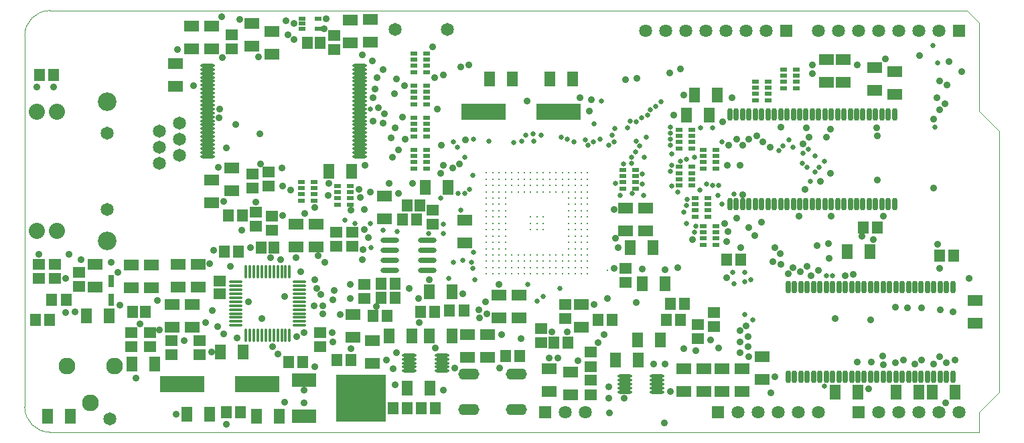
<source format=gts>
%FSLAX25Y25*%
%MOIN*%
G70*
G01*
G75*
G04 Layer_Color=12298146*
%ADD10C,0.01400*%
%ADD11R,0.11811X0.06299*%
%ADD12R,0.24410X0.22835*%
%ADD13R,0.05118X0.07087*%
%ADD14R,0.03543X0.01969*%
%ADD15O,0.06693X0.01181*%
%ADD16R,0.07087X0.05118*%
%ADD17R,0.04724X0.05512*%
%ADD18R,0.05512X0.04724*%
%ADD19R,0.21654X0.07874*%
%ADD20O,0.02165X0.05906*%
%ADD21O,0.00984X0.06102*%
%ADD22O,0.06102X0.00984*%
%ADD23R,0.02165X0.05709*%
%ADD24R,0.05118X0.05906*%
%ADD25R,0.02756X0.01575*%
%ADD26O,0.08661X0.02362*%
%ADD27C,0.01000*%
%ADD28C,0.00500*%
%ADD29C,0.02000*%
%ADD30C,0.00300*%
%ADD31C,0.07874*%
%ADD32R,0.05906X0.05906*%
%ADD33C,0.05906*%
%ADD34C,0.06000*%
%ADD35C,0.08700*%
%ADD36C,0.07500*%
%ADD37O,0.10000X0.05000*%
%ADD38C,0.03000*%
%ADD39C,0.02000*%
%ADD40C,0.12500*%
%ADD41C,0.04000*%
%ADD42C,0.07400*%
G04:AMPARAMS|DCode=43|XSize=90mil|YSize=90mil|CornerRadius=0mil|HoleSize=0mil|Usage=FLASHONLY|Rotation=0.000|XOffset=0mil|YOffset=0mil|HoleType=Round|Shape=Relief|Width=8mil|Gap=10mil|Entries=4|*
%AMTHD43*
7,0,0,0.09000,0.07000,0.00800,45*
%
%ADD43THD43*%
%ADD44C,0.05943*%
G04:AMPARAMS|DCode=45|XSize=75.433mil|YSize=75.433mil|CornerRadius=0mil|HoleSize=0mil|Usage=FLASHONLY|Rotation=0.000|XOffset=0mil|YOffset=0mil|HoleType=Round|Shape=Relief|Width=8mil|Gap=10mil|Entries=4|*
%AMTHD45*
7,0,0,0.07543,0.05543,0.00800,45*
%
%ADD45THD45*%
%ADD46C,0.07100*%
%ADD47C,0.12400*%
%ADD48C,0.05900*%
%ADD49C,0.08600*%
%ADD50C,0.15200*%
G04:AMPARAMS|DCode=51|XSize=75mil|YSize=75mil|CornerRadius=0mil|HoleSize=0mil|Usage=FLASHONLY|Rotation=0.000|XOffset=0mil|YOffset=0mil|HoleType=Round|Shape=Relief|Width=8mil|Gap=10mil|Entries=4|*
%AMTHD51*
7,0,0,0.07500,0.05500,0.00800,45*
%
%ADD51THD51*%
G04:AMPARAMS|DCode=52|XSize=56mil|YSize=56mil|CornerRadius=0mil|HoleSize=0mil|Usage=FLASHONLY|Rotation=0.000|XOffset=0mil|YOffset=0mil|HoleType=Round|Shape=Relief|Width=8mil|Gap=10mil|Entries=4|*
%AMTHD52*
7,0,0,0.05600,0.03600,0.00800,45*
%
%ADD52THD52*%
%ADD53C,0.04000*%
%ADD54C,0.03400*%
G04:AMPARAMS|DCode=55|XSize=50mil|YSize=50mil|CornerRadius=0mil|HoleSize=0mil|Usage=FLASHONLY|Rotation=0.000|XOffset=0mil|YOffset=0mil|HoleType=Round|Shape=Relief|Width=8mil|Gap=10mil|Entries=4|*
%AMTHD55*
7,0,0,0.05000,0.03000,0.00800,45*
%
%ADD55THD55*%
%ADD56C,0.14900*%
%ADD57R,0.02402X0.09843*%
%ADD58C,0.01969*%
%ADD59C,0.00984*%
%ADD60C,0.02362*%
%ADD61C,0.00394*%
%ADD62C,0.00787*%
%ADD63C,0.01181*%
%ADD64R,0.12311X0.06799*%
%ADD65R,0.24910X0.23335*%
%ADD66R,0.05618X0.07587*%
%ADD67R,0.03740X0.02165*%
%ADD68O,0.07193X0.01681*%
%ADD69R,0.07587X0.05618*%
%ADD70R,0.05224X0.06012*%
%ADD71R,0.06012X0.05224*%
%ADD72R,0.22154X0.08374*%
%ADD73O,0.02665X0.06406*%
%ADD74O,0.01484X0.06602*%
%ADD75O,0.06602X0.01484*%
%ADD76R,0.02665X0.06209*%
%ADD77R,0.05618X0.06406*%
%ADD78R,0.03256X0.02075*%
%ADD79O,0.09161X0.02862*%
%ADD80C,0.08374*%
%ADD81R,0.06406X0.06406*%
%ADD82C,0.06406*%
%ADD83C,0.00500*%
%ADD84C,0.06500*%
%ADD85C,0.09200*%
%ADD86C,0.08000*%
%ADD87O,0.10500X0.05500*%
%ADD88C,0.03500*%
%ADD89C,0.02500*%
%ADD90C,0.00800*%
D30*
X347500Y335417D02*
G03*
X335000Y322917I0J-12500D01*
G01*
Y137917D02*
G03*
X347500Y125417I12500J0D01*
G01*
X810000Y285417D02*
Y329417D01*
X347500Y335417D02*
X804000D01*
X810000Y329417D01*
X335000Y137917D02*
Y322917D01*
X347500Y125417D02*
X810000D01*
Y135417D02*
X820000Y145417D01*
Y275417D01*
X810000Y285417D02*
X820000Y275417D01*
X810000Y125417D02*
Y135417D01*
D63*
X615197Y254614D02*
D03*
X574252Y242016D02*
D03*
X564803Y254614D02*
D03*
Y251464D02*
D03*
Y248315D02*
D03*
Y245165D02*
D03*
Y242016D02*
D03*
Y238866D02*
D03*
Y235716D02*
D03*
Y232567D02*
D03*
Y229417D02*
D03*
Y226268D02*
D03*
Y223118D02*
D03*
Y219968D02*
D03*
Y216819D02*
D03*
Y213669D02*
D03*
Y210520D02*
D03*
Y207370D02*
D03*
Y204220D02*
D03*
X590000Y254614D02*
D03*
Y251464D02*
D03*
Y248315D02*
D03*
Y245165D02*
D03*
Y232567D02*
D03*
Y229417D02*
D03*
Y226268D02*
D03*
Y213669D02*
D03*
Y210520D02*
D03*
Y207370D02*
D03*
Y204220D02*
D03*
X586850D02*
D03*
Y207370D02*
D03*
Y210520D02*
D03*
Y213669D02*
D03*
Y226268D02*
D03*
Y229417D02*
D03*
Y232567D02*
D03*
Y245165D02*
D03*
Y248315D02*
D03*
Y251464D02*
D03*
Y254614D02*
D03*
X580551D02*
D03*
Y251464D02*
D03*
Y248315D02*
D03*
Y245165D02*
D03*
Y213669D02*
D03*
Y210520D02*
D03*
Y207370D02*
D03*
Y204220D02*
D03*
X583701D02*
D03*
Y207370D02*
D03*
Y210520D02*
D03*
Y213669D02*
D03*
Y245165D02*
D03*
Y248315D02*
D03*
Y251464D02*
D03*
Y254614D02*
D03*
X571102D02*
D03*
Y251464D02*
D03*
Y248315D02*
D03*
Y245165D02*
D03*
Y242016D02*
D03*
Y238866D02*
D03*
Y235716D02*
D03*
Y232567D02*
D03*
Y229417D02*
D03*
Y226268D02*
D03*
Y223118D02*
D03*
Y219968D02*
D03*
Y216819D02*
D03*
Y213669D02*
D03*
Y210520D02*
D03*
Y207370D02*
D03*
Y204220D02*
D03*
X567953D02*
D03*
Y207370D02*
D03*
Y210520D02*
D03*
Y213669D02*
D03*
Y216819D02*
D03*
Y219968D02*
D03*
Y223118D02*
D03*
Y226268D02*
D03*
Y229417D02*
D03*
Y232567D02*
D03*
Y235716D02*
D03*
Y238866D02*
D03*
Y242016D02*
D03*
Y245165D02*
D03*
Y248315D02*
D03*
Y251464D02*
D03*
Y254614D02*
D03*
X574252D02*
D03*
Y251464D02*
D03*
Y248315D02*
D03*
Y245165D02*
D03*
Y238866D02*
D03*
Y235716D02*
D03*
Y232567D02*
D03*
Y229417D02*
D03*
Y226268D02*
D03*
Y223118D02*
D03*
Y219968D02*
D03*
Y216819D02*
D03*
Y213669D02*
D03*
Y210520D02*
D03*
Y207370D02*
D03*
Y204220D02*
D03*
X577402D02*
D03*
Y207370D02*
D03*
Y210520D02*
D03*
Y213669D02*
D03*
Y245165D02*
D03*
Y248315D02*
D03*
Y251464D02*
D03*
Y254614D02*
D03*
X602598D02*
D03*
Y251464D02*
D03*
Y248315D02*
D03*
Y245165D02*
D03*
Y213669D02*
D03*
Y210520D02*
D03*
Y207370D02*
D03*
Y204220D02*
D03*
X599449D02*
D03*
Y207370D02*
D03*
Y210520D02*
D03*
Y213669D02*
D03*
Y245165D02*
D03*
Y248315D02*
D03*
Y251464D02*
D03*
Y254614D02*
D03*
X593150D02*
D03*
Y251464D02*
D03*
Y248315D02*
D03*
Y245165D02*
D03*
Y232567D02*
D03*
Y229417D02*
D03*
Y226268D02*
D03*
Y213669D02*
D03*
Y210520D02*
D03*
Y207370D02*
D03*
Y204220D02*
D03*
X596299D02*
D03*
Y207370D02*
D03*
Y210520D02*
D03*
Y213669D02*
D03*
Y245165D02*
D03*
Y248315D02*
D03*
Y251464D02*
D03*
Y254614D02*
D03*
X608898D02*
D03*
Y251464D02*
D03*
Y248315D02*
D03*
Y245165D02*
D03*
Y242016D02*
D03*
Y238866D02*
D03*
Y235716D02*
D03*
Y232567D02*
D03*
Y229417D02*
D03*
Y226268D02*
D03*
Y223118D02*
D03*
Y219968D02*
D03*
Y216819D02*
D03*
Y213669D02*
D03*
Y210520D02*
D03*
Y207370D02*
D03*
Y204220D02*
D03*
X605748D02*
D03*
Y207370D02*
D03*
Y210520D02*
D03*
Y213669D02*
D03*
Y216819D02*
D03*
Y219968D02*
D03*
Y223118D02*
D03*
Y226268D02*
D03*
Y229417D02*
D03*
Y232567D02*
D03*
Y235716D02*
D03*
Y238866D02*
D03*
Y242016D02*
D03*
Y245165D02*
D03*
Y248315D02*
D03*
Y251464D02*
D03*
Y254614D02*
D03*
X612047D02*
D03*
Y251464D02*
D03*
Y248315D02*
D03*
Y245165D02*
D03*
Y242016D02*
D03*
Y238866D02*
D03*
Y235716D02*
D03*
Y232567D02*
D03*
Y229417D02*
D03*
Y226268D02*
D03*
Y223118D02*
D03*
Y219968D02*
D03*
Y216819D02*
D03*
Y213669D02*
D03*
Y210520D02*
D03*
Y207370D02*
D03*
Y204220D02*
D03*
X615197D02*
D03*
Y207370D02*
D03*
Y210520D02*
D03*
Y213669D02*
D03*
Y216819D02*
D03*
Y219968D02*
D03*
Y223118D02*
D03*
Y226268D02*
D03*
Y229417D02*
D03*
Y232567D02*
D03*
Y235716D02*
D03*
Y238866D02*
D03*
Y242016D02*
D03*
Y245165D02*
D03*
Y248315D02*
D03*
Y251464D02*
D03*
D64*
X474000Y151472D02*
D03*
Y133362D02*
D03*
D65*
X502347Y142417D02*
D03*
D66*
X346291Y133417D02*
D03*
X357709D02*
D03*
X525291Y147417D02*
D03*
X536709D02*
D03*
X607709Y301417D02*
D03*
X596291D02*
D03*
X577709D02*
D03*
X566291D02*
D03*
X629000Y161417D02*
D03*
X640417D02*
D03*
X640000Y171417D02*
D03*
X651417D02*
D03*
X527709Y173417D02*
D03*
X516291D02*
D03*
X536291D02*
D03*
X547709D02*
D03*
X534291Y247417D02*
D03*
X545709D02*
D03*
X647709Y217417D02*
D03*
X636291D02*
D03*
X653709Y199417D02*
D03*
X642291D02*
D03*
X547709Y195417D02*
D03*
X536291D02*
D03*
X415791Y134417D02*
D03*
X427209D02*
D03*
X432291Y165417D02*
D03*
X443709D02*
D03*
X497709Y255417D02*
D03*
X486291D02*
D03*
X664291Y283417D02*
D03*
X675709D02*
D03*
X668291Y293417D02*
D03*
X679709D02*
D03*
X744291Y215417D02*
D03*
X755709D02*
D03*
X461709Y133417D02*
D03*
X450291D02*
D03*
X749709Y145417D02*
D03*
X738291D02*
D03*
X786791D02*
D03*
X798209D02*
D03*
X768791D02*
D03*
X780209D02*
D03*
X388291Y159417D02*
D03*
X399709D02*
D03*
X365791Y183417D02*
D03*
X377209D02*
D03*
D67*
X675150Y232693D02*
D03*
Y242142D02*
D03*
X668850D02*
D03*
Y232693D02*
D03*
Y238992D02*
D03*
Y235842D02*
D03*
X675150Y238992D02*
D03*
Y235842D02*
D03*
X679150Y218693D02*
D03*
Y228142D02*
D03*
X672850D02*
D03*
Y218693D02*
D03*
Y224992D02*
D03*
Y221842D02*
D03*
X679150Y224992D02*
D03*
Y221842D02*
D03*
X638950Y246693D02*
D03*
Y256142D02*
D03*
X632650D02*
D03*
Y246693D02*
D03*
Y252992D02*
D03*
Y249842D02*
D03*
X638950Y252992D02*
D03*
Y249842D02*
D03*
X667150Y266693D02*
D03*
Y276142D02*
D03*
X660850D02*
D03*
Y266693D02*
D03*
Y272992D02*
D03*
Y269842D02*
D03*
X667150Y272992D02*
D03*
Y269842D02*
D03*
X679150Y256693D02*
D03*
Y266142D02*
D03*
X672850D02*
D03*
Y256693D02*
D03*
Y262992D02*
D03*
Y259842D02*
D03*
X679150Y262992D02*
D03*
Y259842D02*
D03*
X667150Y248193D02*
D03*
Y257642D02*
D03*
X660850D02*
D03*
Y248193D02*
D03*
Y254492D02*
D03*
Y251342D02*
D03*
X667150Y254492D02*
D03*
Y251342D02*
D03*
X705150Y290693D02*
D03*
Y300142D02*
D03*
X698850D02*
D03*
Y290693D02*
D03*
Y296992D02*
D03*
Y293842D02*
D03*
X705150Y296992D02*
D03*
Y293842D02*
D03*
X719150Y296693D02*
D03*
Y306142D02*
D03*
X712850D02*
D03*
Y296693D02*
D03*
Y302992D02*
D03*
Y299842D02*
D03*
X719150Y302992D02*
D03*
Y299842D02*
D03*
X528850Y314142D02*
D03*
Y304693D02*
D03*
X535150D02*
D03*
Y314142D02*
D03*
Y307842D02*
D03*
Y310992D02*
D03*
X528850Y307842D02*
D03*
Y310992D02*
D03*
Y266142D02*
D03*
Y256693D02*
D03*
X535150D02*
D03*
Y266142D02*
D03*
Y259842D02*
D03*
Y262992D02*
D03*
X528850Y259842D02*
D03*
Y262992D02*
D03*
Y298142D02*
D03*
Y288693D02*
D03*
X535150D02*
D03*
Y298142D02*
D03*
Y291842D02*
D03*
Y294992D02*
D03*
X528850Y291842D02*
D03*
Y294992D02*
D03*
Y282142D02*
D03*
Y272693D02*
D03*
X535150D02*
D03*
Y282142D02*
D03*
Y275842D02*
D03*
Y278992D02*
D03*
X528850Y275842D02*
D03*
Y278992D02*
D03*
X472850Y250142D02*
D03*
Y240693D02*
D03*
X479150D02*
D03*
Y250142D02*
D03*
Y243842D02*
D03*
Y246992D02*
D03*
X472850Y243842D02*
D03*
Y246992D02*
D03*
X490850Y248142D02*
D03*
Y238693D02*
D03*
X497150D02*
D03*
Y248142D02*
D03*
Y241842D02*
D03*
Y244992D02*
D03*
X490850Y241842D02*
D03*
Y244992D02*
D03*
D68*
X633638Y153354D02*
D03*
Y151386D02*
D03*
Y149417D02*
D03*
Y147449D02*
D03*
Y145480D02*
D03*
X649780Y153354D02*
D03*
Y151386D02*
D03*
Y149417D02*
D03*
Y147449D02*
D03*
Y145480D02*
D03*
X426205Y308055D02*
D03*
Y306087D02*
D03*
Y304118D02*
D03*
Y302149D02*
D03*
Y300181D02*
D03*
Y298212D02*
D03*
Y296244D02*
D03*
Y294275D02*
D03*
Y292307D02*
D03*
Y290338D02*
D03*
Y288370D02*
D03*
Y286401D02*
D03*
Y284433D02*
D03*
Y282464D02*
D03*
Y280496D02*
D03*
Y278527D02*
D03*
Y276559D02*
D03*
Y274590D02*
D03*
Y272622D02*
D03*
Y270653D02*
D03*
Y268685D02*
D03*
Y266716D02*
D03*
Y264748D02*
D03*
Y262779D02*
D03*
X501795Y308055D02*
D03*
Y306087D02*
D03*
Y304118D02*
D03*
Y302149D02*
D03*
Y300181D02*
D03*
Y298212D02*
D03*
Y296244D02*
D03*
Y294275D02*
D03*
Y292307D02*
D03*
Y290338D02*
D03*
Y288370D02*
D03*
Y286401D02*
D03*
Y284433D02*
D03*
Y282464D02*
D03*
Y280496D02*
D03*
Y278527D02*
D03*
Y276559D02*
D03*
Y274590D02*
D03*
Y272622D02*
D03*
Y270653D02*
D03*
Y268685D02*
D03*
Y266716D02*
D03*
Y264748D02*
D03*
Y262779D02*
D03*
X526429Y163768D02*
D03*
Y161799D02*
D03*
Y159831D02*
D03*
Y157862D02*
D03*
Y155894D02*
D03*
X542571Y163768D02*
D03*
Y161799D02*
D03*
Y159831D02*
D03*
Y157862D02*
D03*
Y155894D02*
D03*
D69*
X663209Y157126D02*
D03*
Y145709D02*
D03*
X673209Y157126D02*
D03*
Y145709D02*
D03*
X565500Y174039D02*
D03*
Y162622D02*
D03*
X555500Y174039D02*
D03*
Y162622D02*
D03*
X508000Y159709D02*
D03*
Y171126D02*
D03*
X612000Y189126D02*
D03*
Y177709D02*
D03*
X634000Y237126D02*
D03*
Y225709D02*
D03*
X644000Y237126D02*
D03*
Y225709D02*
D03*
X458000Y325126D02*
D03*
Y313709D02*
D03*
X448000Y329126D02*
D03*
Y317709D02*
D03*
X418000Y327626D02*
D03*
Y316209D02*
D03*
X596000Y157126D02*
D03*
Y145709D02*
D03*
X428000Y327626D02*
D03*
Y316209D02*
D03*
X514000Y243126D02*
D03*
Y231709D02*
D03*
X438000Y257126D02*
D03*
Y245708D02*
D03*
X507000Y331126D02*
D03*
Y319709D02*
D03*
X497000Y330626D02*
D03*
Y319209D02*
D03*
X768000Y305126D02*
D03*
Y293709D02*
D03*
X758000Y307126D02*
D03*
Y295709D02*
D03*
X742300Y311126D02*
D03*
Y299709D02*
D03*
X734000Y311126D02*
D03*
Y299709D02*
D03*
X480000Y229126D02*
D03*
Y217709D02*
D03*
X498500Y184126D02*
D03*
Y172709D02*
D03*
X470000Y229126D02*
D03*
Y217709D02*
D03*
X398000Y208626D02*
D03*
Y197209D02*
D03*
X388000Y208626D02*
D03*
Y197209D02*
D03*
X408500Y189126D02*
D03*
Y177708D02*
D03*
X421500Y209126D02*
D03*
Y197709D02*
D03*
X411500Y209126D02*
D03*
Y197709D02*
D03*
X418500Y189126D02*
D03*
Y177708D02*
D03*
X370000Y209126D02*
D03*
Y197709D02*
D03*
X554000Y231126D02*
D03*
Y219709D02*
D03*
X808000Y191126D02*
D03*
Y179709D02*
D03*
X702000Y163126D02*
D03*
Y151709D02*
D03*
X692000Y157126D02*
D03*
Y145709D02*
D03*
X682000Y157126D02*
D03*
Y145709D02*
D03*
X581000Y193626D02*
D03*
Y182209D02*
D03*
X571000Y193626D02*
D03*
Y182209D02*
D03*
X606709Y155417D02*
D03*
Y144000D02*
D03*
X410000Y297709D02*
D03*
Y309126D02*
D03*
X428000Y251126D02*
D03*
Y239708D02*
D03*
D70*
X539543Y137417D02*
D03*
X532457D02*
D03*
X436457Y233417D02*
D03*
X443543D02*
D03*
X620457Y181417D02*
D03*
X627543D02*
D03*
X525543Y137417D02*
D03*
X518457D02*
D03*
X522957Y231417D02*
D03*
X530043D02*
D03*
X525351Y238417D02*
D03*
X531650D02*
D03*
X347543Y181417D02*
D03*
X340457D02*
D03*
X532000Y185417D02*
D03*
X539087D02*
D03*
X342457Y303417D02*
D03*
X349543D02*
D03*
X441543Y215417D02*
D03*
X434457D02*
D03*
X475850Y319417D02*
D03*
X482150D02*
D03*
X663543Y189417D02*
D03*
X656457D02*
D03*
X661543Y181417D02*
D03*
X654457D02*
D03*
X519543Y199417D02*
D03*
X512457D02*
D03*
Y192417D02*
D03*
X519543D02*
D03*
X452850Y217417D02*
D03*
X459150D02*
D03*
X395150Y185417D02*
D03*
X388850D02*
D03*
X435457Y135417D02*
D03*
X442543D02*
D03*
X466457Y160417D02*
D03*
X473543D02*
D03*
X490457Y161417D02*
D03*
X497543D02*
D03*
X797543Y213417D02*
D03*
X790457D02*
D03*
X752457Y227417D02*
D03*
X759543D02*
D03*
X605543Y170000D02*
D03*
X598457D02*
D03*
X691543Y211417D02*
D03*
X684457D02*
D03*
X574457Y163417D02*
D03*
X581543D02*
D03*
X508457Y183417D02*
D03*
X515543D02*
D03*
D71*
X604000Y188961D02*
D03*
Y181874D02*
D03*
X616709Y158165D02*
D03*
Y165252D02*
D03*
X350000Y208961D02*
D03*
Y201874D02*
D03*
X490000Y224960D02*
D03*
Y217874D02*
D03*
X498000Y224960D02*
D03*
Y217874D02*
D03*
X489000Y322961D02*
D03*
Y315874D02*
D03*
X670000Y171874D02*
D03*
Y178961D02*
D03*
X678000Y177874D02*
D03*
Y184961D02*
D03*
X482000Y174960D02*
D03*
Y167874D02*
D03*
X504000Y198960D02*
D03*
Y191874D02*
D03*
X432000Y194268D02*
D03*
Y200567D02*
D03*
X592000Y176961D02*
D03*
Y169874D02*
D03*
X634000Y206961D02*
D03*
Y199874D02*
D03*
X342000Y208960D02*
D03*
Y201874D02*
D03*
X362000Y204960D02*
D03*
Y197874D02*
D03*
X456500Y254960D02*
D03*
Y247874D02*
D03*
X448500Y253960D02*
D03*
Y246874D02*
D03*
X438000Y316374D02*
D03*
Y323461D02*
D03*
X616709Y144165D02*
D03*
Y151252D02*
D03*
X450000Y234961D02*
D03*
Y227874D02*
D03*
X538000Y235961D02*
D03*
Y228874D02*
D03*
X458000Y225874D02*
D03*
Y232961D02*
D03*
X422000Y170960D02*
D03*
Y163874D02*
D03*
X408000Y170960D02*
D03*
Y163874D02*
D03*
X397500Y174960D02*
D03*
Y167874D02*
D03*
X388000Y174960D02*
D03*
Y167874D02*
D03*
D72*
X563299Y284917D02*
D03*
X600701D02*
D03*
X413299Y149417D02*
D03*
X450701D02*
D03*
D73*
X796945Y197661D02*
D03*
X793795D02*
D03*
X790646D02*
D03*
X787496D02*
D03*
X784346D02*
D03*
X781197D02*
D03*
X778047D02*
D03*
X774898D02*
D03*
X771748D02*
D03*
X768598D02*
D03*
X765449D02*
D03*
X762299D02*
D03*
X759150D02*
D03*
X756000D02*
D03*
X752850D02*
D03*
X749701D02*
D03*
X746551D02*
D03*
X743402D02*
D03*
X740252D02*
D03*
X737102D02*
D03*
X733953D02*
D03*
X730803D02*
D03*
X727654D02*
D03*
X724504D02*
D03*
X721354D02*
D03*
X718205D02*
D03*
X715055D02*
D03*
X796945Y153173D02*
D03*
X793795D02*
D03*
X790646D02*
D03*
X787496D02*
D03*
X784346D02*
D03*
X781197D02*
D03*
X778047D02*
D03*
X774898D02*
D03*
X771748D02*
D03*
X768598D02*
D03*
X765449D02*
D03*
X762299D02*
D03*
X759150D02*
D03*
X756000D02*
D03*
X752850D02*
D03*
X749701D02*
D03*
X746551D02*
D03*
X743402D02*
D03*
X740252D02*
D03*
X737102D02*
D03*
X733953D02*
D03*
X730803D02*
D03*
X727654D02*
D03*
X724504D02*
D03*
X721354D02*
D03*
X718205D02*
D03*
X715055D02*
D03*
X767945Y283661D02*
D03*
X764795D02*
D03*
X761646D02*
D03*
X758496D02*
D03*
X755346D02*
D03*
X752197D02*
D03*
X749047D02*
D03*
X745898D02*
D03*
X742748D02*
D03*
X739598D02*
D03*
X736449D02*
D03*
X733299D02*
D03*
X730150D02*
D03*
X727000D02*
D03*
X723850D02*
D03*
X720701D02*
D03*
X717551D02*
D03*
X714402D02*
D03*
X711252D02*
D03*
X708102D02*
D03*
X704953D02*
D03*
X701803D02*
D03*
X698654D02*
D03*
X695504D02*
D03*
X692354D02*
D03*
X689205D02*
D03*
X686055D02*
D03*
X767945Y239173D02*
D03*
X764795D02*
D03*
X761646D02*
D03*
X758496D02*
D03*
X755346D02*
D03*
X752197D02*
D03*
X749047D02*
D03*
X745898D02*
D03*
X742748D02*
D03*
X739598D02*
D03*
X736449D02*
D03*
X733299D02*
D03*
X730150D02*
D03*
X727000D02*
D03*
X723850D02*
D03*
X720701D02*
D03*
X717551D02*
D03*
X714402D02*
D03*
X711252D02*
D03*
X708102D02*
D03*
X704953D02*
D03*
X701803D02*
D03*
X698654D02*
D03*
X695504D02*
D03*
X692354D02*
D03*
X689205D02*
D03*
X686055D02*
D03*
D74*
X445173Y205264D02*
D03*
X447142D02*
D03*
X449110D02*
D03*
X451079D02*
D03*
X453047D02*
D03*
X455016D02*
D03*
X456984D02*
D03*
X458953D02*
D03*
X460921D02*
D03*
X462890D02*
D03*
X464858D02*
D03*
X466827D02*
D03*
Y173571D02*
D03*
X464858D02*
D03*
X462890D02*
D03*
X460921D02*
D03*
X458953D02*
D03*
X456984D02*
D03*
X455016D02*
D03*
X453047D02*
D03*
X451079D02*
D03*
X449110D02*
D03*
X447142D02*
D03*
X445173D02*
D03*
D75*
X471846Y200244D02*
D03*
Y198275D02*
D03*
Y196307D02*
D03*
Y194338D02*
D03*
Y192370D02*
D03*
Y190401D02*
D03*
Y188433D02*
D03*
Y186464D02*
D03*
Y184496D02*
D03*
Y182527D02*
D03*
Y180559D02*
D03*
Y178590D02*
D03*
X440154D02*
D03*
Y180559D02*
D03*
Y182527D02*
D03*
Y184496D02*
D03*
Y186464D02*
D03*
Y188433D02*
D03*
Y190401D02*
D03*
Y192370D02*
D03*
Y194338D02*
D03*
Y196307D02*
D03*
Y198275D02*
D03*
Y200244D02*
D03*
D76*
X378000Y200543D02*
D03*
Y191291D02*
D03*
D77*
X348260Y191417D02*
D03*
X355740D02*
D03*
X546260Y186000D02*
D03*
X553740D02*
D03*
D78*
X472965Y331477D02*
D03*
Y328918D02*
D03*
Y326359D02*
D03*
X481036D02*
D03*
Y331477D02*
D03*
D79*
X516551Y220917D02*
D03*
Y215917D02*
D03*
Y210917D02*
D03*
Y205917D02*
D03*
X535449Y220917D02*
D03*
Y215917D02*
D03*
Y210917D02*
D03*
Y205917D02*
D03*
D80*
X367789Y139913D02*
D03*
X355978Y158417D02*
D03*
X379600D02*
D03*
D81*
X594000Y135417D02*
D03*
X714000Y325417D02*
D03*
X800000D02*
D03*
X750000Y135417D02*
D03*
X680000D02*
D03*
D82*
X604000D02*
D03*
X614000D02*
D03*
X704000Y325417D02*
D03*
X694000D02*
D03*
X684000D02*
D03*
X674000D02*
D03*
X664000D02*
D03*
X654000D02*
D03*
X644000D02*
D03*
X790000D02*
D03*
X780000D02*
D03*
X770000D02*
D03*
X760000D02*
D03*
X750000D02*
D03*
X740000D02*
D03*
X730000D02*
D03*
X760000Y135417D02*
D03*
X770000D02*
D03*
X780000D02*
D03*
X790000D02*
D03*
X800000D02*
D03*
X690000D02*
D03*
X700000D02*
D03*
X710000D02*
D03*
X720000D02*
D03*
X730000D02*
D03*
D83*
X744283Y227417D02*
D03*
X779716D02*
D03*
X728063D02*
D03*
X795937D02*
D03*
D84*
X412000Y279417D02*
D03*
Y271417D02*
D03*
Y263417D02*
D03*
X402000Y275417D02*
D03*
Y267417D02*
D03*
Y259417D02*
D03*
X376000Y236417D02*
D03*
Y274417D02*
D03*
X377500Y131917D02*
D03*
X545500Y325917D02*
D03*
X519500D02*
D03*
D85*
X376000Y220817D02*
D03*
Y290017D02*
D03*
D86*
X351000Y225817D02*
D03*
X341000D02*
D03*
X351000Y285017D02*
D03*
X341000D02*
D03*
D87*
X579811Y136559D02*
D03*
Y154276D02*
D03*
X556189Y136559D02*
D03*
Y154276D02*
D03*
D88*
X502500Y142000D02*
D03*
X510000Y188000D02*
D03*
X355500Y184917D02*
D03*
X512000Y133417D02*
D03*
X493000Y151417D02*
D03*
Y133417D02*
D03*
X512000Y151417D02*
D03*
X464500Y140417D02*
D03*
X435500Y129417D02*
D03*
X474000Y139917D02*
D03*
Y146417D02*
D03*
X515000Y161417D02*
D03*
X543500Y146417D02*
D03*
X531457Y179917D02*
D03*
X597500Y175417D02*
D03*
X571500Y157295D02*
D03*
X653500Y129917D02*
D03*
X787500Y246917D02*
D03*
X735500Y211917D02*
D03*
X684500Y202417D02*
D03*
X707500Y210417D02*
D03*
X790500Y206917D02*
D03*
X691500Y217417D02*
D03*
X789500Y218917D02*
D03*
X757500Y221417D02*
D03*
X762500Y232917D02*
D03*
X711000Y214417D02*
D03*
X708500Y217417D02*
D03*
X736500Y232917D02*
D03*
X720500D02*
D03*
X508500Y291917D02*
D03*
X511000Y286917D02*
D03*
X428000Y165417D02*
D03*
X729500Y218417D02*
D03*
X738500Y181917D02*
D03*
X747500Y203917D02*
D03*
X798000Y161417D02*
D03*
X790496Y162913D02*
D03*
X727000Y308417D02*
D03*
X626000Y134917D02*
D03*
X381500Y204917D02*
D03*
X427000Y209417D02*
D03*
X623500Y173917D02*
D03*
X787500Y281417D02*
D03*
X790500Y300417D02*
D03*
X789000Y291917D02*
D03*
X780500Y312917D02*
D03*
X790500Y285917D02*
D03*
X736000Y254417D02*
D03*
X701803Y230114D02*
D03*
X730000Y205917D02*
D03*
X706000Y267417D02*
D03*
X564500Y190417D02*
D03*
X565000Y184417D02*
D03*
X561000Y186417D02*
D03*
X561500Y182417D02*
D03*
X600500Y162417D02*
D03*
X596000D02*
D03*
X549000Y157417D02*
D03*
X539500Y167417D02*
D03*
X684500Y220417D02*
D03*
X519500Y148917D02*
D03*
X749500Y308417D02*
D03*
X431500Y257417D02*
D03*
X538000Y317417D02*
D03*
X539000Y301917D02*
D03*
X442000Y330917D02*
D03*
X433000Y332417D02*
D03*
X551500Y258917D02*
D03*
X731000Y250417D02*
D03*
X542500Y268417D02*
D03*
X617000Y290917D02*
D03*
X684809Y258226D02*
D03*
X691009D02*
D03*
X685000Y225417D02*
D03*
X698500Y223296D02*
D03*
X479000Y188417D02*
D03*
X483500D02*
D03*
X482500Y193917D02*
D03*
X483500Y184417D02*
D03*
X585000Y290417D02*
D03*
X504500Y258417D02*
D03*
X470500Y172917D02*
D03*
X755000Y146917D02*
D03*
X516500Y249417D02*
D03*
X528000Y249417D02*
D03*
X708244Y153173D02*
D03*
X658000Y283417D02*
D03*
X431750Y282167D02*
D03*
X401000Y190917D02*
D03*
X488043Y174960D02*
D03*
X683500Y229417D02*
D03*
X689500Y231917D02*
D03*
X653709Y206208D02*
D03*
X616000Y285417D02*
D03*
X503000Y211417D02*
D03*
X504000Y236417D02*
D03*
X497500Y235917D02*
D03*
X639500Y189917D02*
D03*
X625000Y191917D02*
D03*
X692354Y243772D02*
D03*
X548000Y256917D02*
D03*
X611500Y291917D02*
D03*
X479500Y237417D02*
D03*
X502000Y242417D02*
D03*
X695504Y227413D02*
D03*
X518000Y262417D02*
D03*
X540500Y286417D02*
D03*
X552000Y307417D02*
D03*
X556000Y308417D02*
D03*
X510500Y301917D02*
D03*
X513500Y305917D02*
D03*
X524000Y297917D02*
D03*
X543500Y303417D02*
D03*
X461000Y164417D02*
D03*
X470000Y212417D02*
D03*
X464500Y192917D02*
D03*
X484500Y209917D02*
D03*
X663000Y293417D02*
D03*
X660000Y207417D02*
D03*
X661500Y306417D02*
D03*
X656000Y304417D02*
D03*
X759500Y272917D02*
D03*
X736000Y276417D02*
D03*
X492000Y183917D02*
D03*
X517500Y271917D02*
D03*
X523000Y282417D02*
D03*
X514000Y283917D02*
D03*
X509500Y296417D02*
D03*
X520000Y301417D02*
D03*
X519000Y293917D02*
D03*
X768250Y187667D02*
D03*
X691000Y165167D02*
D03*
X680535Y167383D02*
D03*
X695500Y162917D02*
D03*
X695000Y167917D02*
D03*
X691000Y170417D02*
D03*
X695000Y172917D02*
D03*
X691000Y175917D02*
D03*
X694000Y178417D02*
D03*
X749500Y160417D02*
D03*
X756500Y160500D02*
D03*
X762209Y163209D02*
D03*
X768500Y159917D02*
D03*
X772500Y161417D02*
D03*
X787496Y159413D02*
D03*
X618500Y188917D02*
D03*
X620500Y169917D02*
D03*
X518500Y156917D02*
D03*
X572500Y173917D02*
D03*
X610500Y160917D02*
D03*
X633500Y142417D02*
D03*
X625709D02*
D03*
X648209Y159417D02*
D03*
X625709Y147917D02*
D03*
X653709Y159417D02*
D03*
X656500Y145709D02*
D03*
X663209Y166917D02*
D03*
X437500Y207917D02*
D03*
X363000Y211417D02*
D03*
X410500Y134417D02*
D03*
X488500Y170417D02*
D03*
X474500Y234417D02*
D03*
X479500Y201417D02*
D03*
X536291D02*
D03*
X669000Y165917D02*
D03*
X480250Y197167D02*
D03*
X726500Y203417D02*
D03*
X724500Y207917D02*
D03*
X721209Y205417D02*
D03*
X717500Y207417D02*
D03*
X519500Y276917D02*
D03*
X521000Y265917D02*
D03*
X524500Y271417D02*
D03*
X513500Y279417D02*
D03*
X452000Y273917D02*
D03*
X486000Y243417D02*
D03*
X439890Y278527D02*
D03*
X486500Y249417D02*
D03*
X435500Y266917D02*
D03*
X467500Y245917D02*
D03*
X463000Y256917D02*
D03*
X452500Y258917D02*
D03*
X462500Y211417D02*
D03*
X472346Y205264D02*
D03*
X489000Y195917D02*
D03*
X526500Y196917D02*
D03*
X488500Y191417D02*
D03*
X497000Y191917D02*
D03*
X497043Y198960D02*
D03*
X793795Y160122D02*
D03*
X778000Y159417D02*
D03*
X781500Y161417D02*
D03*
X639788Y301705D02*
D03*
X634000Y300917D02*
D03*
X722500Y268917D02*
D03*
X702500Y269917D02*
D03*
X725500Y272417D02*
D03*
X724000Y276917D02*
D03*
X692500Y268417D02*
D03*
X699500Y272917D02*
D03*
X695500Y271417D02*
D03*
X689500D02*
D03*
X685500Y268417D02*
D03*
X711500Y208917D02*
D03*
X628500Y206917D02*
D03*
X723500Y246417D02*
D03*
X531000Y191917D02*
D03*
X543500Y258417D02*
D03*
X542000Y254417D02*
D03*
X554500Y270917D02*
D03*
X682500Y279917D02*
D03*
X711500Y277417D02*
D03*
X667500Y221417D02*
D03*
X629000Y221917D02*
D03*
X628500Y236417D02*
D03*
X805000Y201917D02*
D03*
X440791Y172209D02*
D03*
X453000Y181917D02*
D03*
X458500Y167917D02*
D03*
X501500Y246417D02*
D03*
X507000Y244917D02*
D03*
X801500Y304917D02*
D03*
X781500Y187417D02*
D03*
X763500Y311417D02*
D03*
X735000Y219417D02*
D03*
X743500Y203417D02*
D03*
X795000Y309917D02*
D03*
X793000Y288917D02*
D03*
X503500Y216417D02*
D03*
X474000Y174917D02*
D03*
X479500Y157917D02*
D03*
X355500Y201874D02*
D03*
X382500Y188791D02*
D03*
X520000Y164917D02*
D03*
X497500Y166917D02*
D03*
X553000Y194417D02*
D03*
X582000Y171917D02*
D03*
X433500Y311917D02*
D03*
X432000Y286417D02*
D03*
X463543Y247874D02*
D03*
X521000Y244417D02*
D03*
X508421Y280496D02*
D03*
X676500Y171417D02*
D03*
X605000Y175417D02*
D03*
X706500Y144917D02*
D03*
X715055Y204362D02*
D03*
X630500Y217417D02*
D03*
X642291Y206626D02*
D03*
X762299Y159000D02*
D03*
X793500Y139917D02*
D03*
X756000Y181417D02*
D03*
X774500Y187417D02*
D03*
X796945Y185417D02*
D03*
X790646Y186417D02*
D03*
X734000Y272417D02*
D03*
X687000Y291917D02*
D03*
X727000Y303917D02*
D03*
X751709Y222917D02*
D03*
X759500Y250917D02*
D03*
X759000Y277063D02*
D03*
X349500Y297417D02*
D03*
X434000Y174417D02*
D03*
X425000Y179917D02*
D03*
X431000Y177917D02*
D03*
X428500Y185917D02*
D03*
X446500Y190417D02*
D03*
X457500Y212217D02*
D03*
X447500Y217417D02*
D03*
X429000Y215917D02*
D03*
X508000Y310417D02*
D03*
X465000Y330417D02*
D03*
X469000Y328917D02*
D03*
X503000Y313417D02*
D03*
X469012Y320929D02*
D03*
X485000Y331417D02*
D03*
X483941Y326359D02*
D03*
X451500Y312417D02*
D03*
X434000Y240417D02*
D03*
X419000Y297917D02*
D03*
X411000Y315917D02*
D03*
X571000Y198917D02*
D03*
X481000Y213417D02*
D03*
X442957Y225874D02*
D03*
X463500Y233417D02*
D03*
X504000Y226417D02*
D03*
X506000Y222417D02*
D03*
X450000Y239917D02*
D03*
X341000Y297417D02*
D03*
X357000Y213917D02*
D03*
X342000D02*
D03*
X378000Y209917D02*
D03*
X414500Y170917D02*
D03*
X402000Y176417D02*
D03*
X392500Y179417D02*
D03*
X360000Y185417D02*
D03*
X793987Y298430D02*
D03*
X390500Y152417D02*
D03*
X466000Y323417D02*
D03*
D89*
X688000Y199417D02*
D03*
X601481Y196936D02*
D03*
X696500Y201417D02*
D03*
X693500Y204917D02*
D03*
Y200417D02*
D03*
X788000Y277417D02*
D03*
X734000Y203417D02*
D03*
X737182Y203217D02*
D03*
X693500Y183917D02*
D03*
X687500Y204917D02*
D03*
X642500Y253917D02*
D03*
Y248917D02*
D03*
X726000Y250417D02*
D03*
X728500Y254917D02*
D03*
X722000Y259417D02*
D03*
X722500Y264417D02*
D03*
X728500Y262917D02*
D03*
X733000Y260417D02*
D03*
X725000Y266417D02*
D03*
X554000Y244417D02*
D03*
X682000Y269917D02*
D03*
X677500Y276917D02*
D03*
X671500D02*
D03*
X656500Y255417D02*
D03*
X657000Y263917D02*
D03*
Y258417D02*
D03*
X643500Y262417D02*
D03*
X639000Y264917D02*
D03*
X641000Y267917D02*
D03*
X639500Y270417D02*
D03*
X635000Y276917D02*
D03*
X628247Y270117D02*
D03*
X637000Y262417D02*
D03*
X657000Y247917D02*
D03*
X643000Y243417D02*
D03*
X637000Y259417D02*
D03*
X625850Y268417D02*
D03*
X661500Y260417D02*
D03*
X656500Y271417D02*
D03*
Y277417D02*
D03*
X677500Y248417D02*
D03*
X680500D02*
D03*
X680000Y243417D02*
D03*
X671000Y245917D02*
D03*
X664877Y241295D02*
D03*
X663000Y235167D02*
D03*
X629000Y249417D02*
D03*
X633000Y258917D02*
D03*
X558000Y253417D02*
D03*
X730500Y257417D02*
D03*
X710313Y265816D02*
D03*
X618000Y269917D02*
D03*
X548500D02*
D03*
X656500Y274417D02*
D03*
X644500Y272417D02*
D03*
X628671Y276746D02*
D03*
X637500Y244417D02*
D03*
X656500Y268417D02*
D03*
X566000Y270417D02*
D03*
X558500Y271417D02*
D03*
X550709Y244417D02*
D03*
X552000Y235917D02*
D03*
X674500Y248917D02*
D03*
X664500Y261417D02*
D03*
X668500Y262402D02*
D03*
X627500Y273417D02*
D03*
X639500Y279917D02*
D03*
X636500Y280417D02*
D03*
X642000Y281917D02*
D03*
X651650Y290067D02*
D03*
X649175Y287592D02*
D03*
X646500Y285917D02*
D03*
X645000Y283417D02*
D03*
X664500Y238417D02*
D03*
X548500Y209917D02*
D03*
X697500Y181417D02*
D03*
X724500Y257417D02*
D03*
X557911Y207006D02*
D03*
X553000Y210917D02*
D03*
X554000Y262417D02*
D03*
X542000Y241917D02*
D03*
X550500Y267417D02*
D03*
X669000Y227917D02*
D03*
X668500Y224917D02*
D03*
X664500Y229417D02*
D03*
X717500Y267417D02*
D03*
X715500Y270917D02*
D03*
X712500Y267917D02*
D03*
X556500Y246417D02*
D03*
X622000Y290417D02*
D03*
X682000Y238917D02*
D03*
X621500Y271417D02*
D03*
X618500Y278917D02*
D03*
X614000Y270917D02*
D03*
X688000Y243917D02*
D03*
X660000Y244917D02*
D03*
X602000Y272417D02*
D03*
X605000Y271417D02*
D03*
X631500Y243417D02*
D03*
X615500Y268417D02*
D03*
X589962Y190634D02*
D03*
X585500Y198917D02*
D03*
X593150Y192917D02*
D03*
X787000Y317917D02*
D03*
X789500Y309417D02*
D03*
X558500Y214917D02*
D03*
X559000Y201417D02*
D03*
X557500Y209917D02*
D03*
X507000Y286401D02*
D03*
X733000Y148417D02*
D03*
X608500Y269917D02*
D03*
X578318Y269735D02*
D03*
X582500Y270417D02*
D03*
X584500Y273417D02*
D03*
X592000D02*
D03*
X588000Y273917D02*
D03*
X588500Y270417D02*
D03*
X536000Y224417D02*
D03*
X543500D02*
D03*
X546000Y201917D02*
D03*
X507500Y217417D02*
D03*
X543500Y228917D02*
D03*
X513500Y225917D02*
D03*
X520500Y225417D02*
D03*
X499500Y229417D02*
D03*
X494500Y230917D02*
D03*
X507000Y229417D02*
D03*
D90*
X625000Y205917D02*
D03*
M02*

</source>
